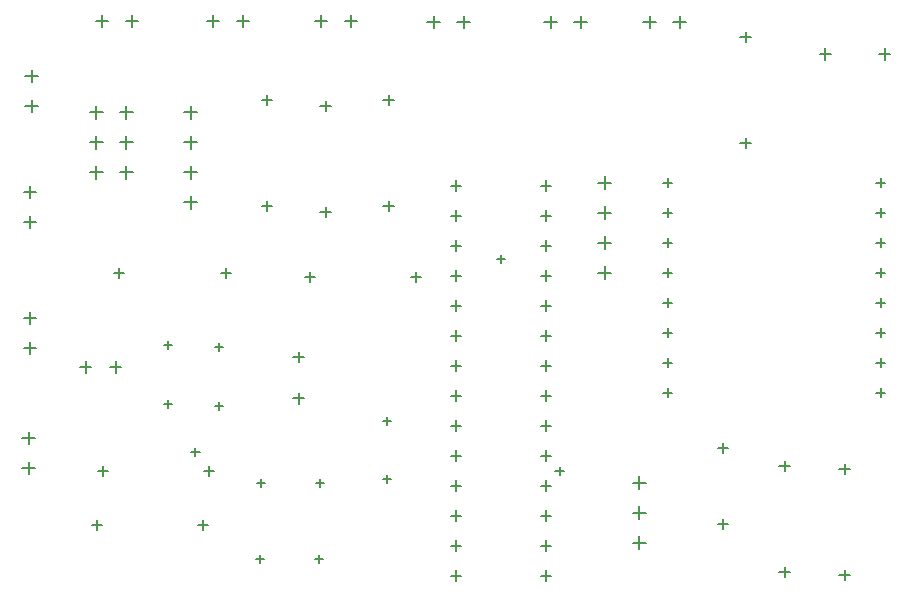
<source format=gbr>
G04*
G04 #@! TF.GenerationSoftware,Altium Limited,Altium Designer,24.10.1 (45)*
G04*
G04 Layer_Color=128*
%FSLAX25Y25*%
%MOIN*%
G70*
G04*
G04 #@! TF.SameCoordinates,82B40839-DE60-4B9F-80D9-4B01C0AB2508*
G04*
G04*
G04 #@! TF.FilePolarity,Positive*
G04*
G01*
G75*
%ADD15C,0.00500*%
D15*
X69543Y34000D02*
X72890D01*
X71217Y32327D02*
Y35673D01*
X34110Y34000D02*
X37457D01*
X35783Y32327D02*
Y35673D01*
X131122Y49287D02*
X133878D01*
X132500Y47909D02*
Y50665D01*
X131122Y68500D02*
X133878D01*
X132500Y67122D02*
Y69878D01*
X101228Y89890D02*
X104772D01*
X103000Y88118D02*
Y91662D01*
X101228Y76110D02*
X104772D01*
X103000Y74339D02*
Y77882D01*
X77043Y118000D02*
X80390D01*
X78717Y116327D02*
Y119673D01*
X41610Y118000D02*
X44957D01*
X43283Y116327D02*
Y119673D01*
X75122Y73657D02*
X77878D01*
X76500Y72279D02*
Y75035D01*
X75122Y93343D02*
X77878D01*
X76500Y91965D02*
Y94721D01*
X58122Y74157D02*
X60878D01*
X59500Y72779D02*
Y75535D01*
X58122Y93843D02*
X60878D01*
X59500Y92465D02*
Y95221D01*
X30031Y86500D02*
X33968D01*
X32000Y84531D02*
Y88468D01*
X40031Y86500D02*
X43968D01*
X42000Y84531D02*
Y88468D01*
X108807Y48000D02*
X111563D01*
X110185Y46622D02*
Y49378D01*
X89122Y48000D02*
X91878D01*
X90500Y46622D02*
Y49378D01*
X214335Y28000D02*
X218665D01*
X216500Y25835D02*
Y30165D01*
X214335Y38000D02*
X218665D01*
X216500Y35835D02*
Y40165D01*
X214335Y48000D02*
X218665D01*
X216500Y45835D02*
Y50165D01*
X242827Y59598D02*
X246173D01*
X244500Y57925D02*
Y61272D01*
X242827Y34402D02*
X246173D01*
X244500Y32728D02*
Y36075D01*
X263327Y18283D02*
X266673D01*
X265000Y16610D02*
Y19957D01*
X263327Y53717D02*
X266673D01*
X265000Y52043D02*
Y55390D01*
X283327Y17283D02*
X286673D01*
X285000Y15610D02*
Y18957D01*
X283327Y52717D02*
X286673D01*
X285000Y51043D02*
Y54390D01*
X250327Y161283D02*
X253673D01*
X252000Y159610D02*
Y162957D01*
X250327Y196717D02*
X253673D01*
X252000Y195043D02*
Y198390D01*
X140543Y116500D02*
X143890D01*
X142217Y114827D02*
Y118173D01*
X105110Y116500D02*
X108457D01*
X106783Y114827D02*
Y118173D01*
X11992Y183500D02*
X16008D01*
X14000Y181492D02*
Y185508D01*
X11992Y173500D02*
X16008D01*
X14000Y171492D02*
Y175508D01*
X296374Y191000D02*
X300311D01*
X298343Y189032D02*
Y192968D01*
X276689Y191000D02*
X280626D01*
X278657Y189032D02*
Y192968D01*
X11492Y145000D02*
X15508D01*
X13500Y142992D02*
Y147008D01*
X11492Y135000D02*
X15508D01*
X13500Y132992D02*
Y137008D01*
X11492Y103000D02*
X15508D01*
X13500Y100992D02*
Y105008D01*
X11492Y93000D02*
X15508D01*
X13500Y90992D02*
Y95008D01*
X10992Y63000D02*
X15008D01*
X13000Y60992D02*
Y65008D01*
X10992Y53000D02*
X15008D01*
X13000Y50992D02*
Y55008D01*
X72492Y202000D02*
X76508D01*
X74500Y199992D02*
Y204008D01*
X82492Y202000D02*
X86508D01*
X84500Y199992D02*
Y204008D01*
X35492Y202000D02*
X39508D01*
X37500Y199992D02*
Y204008D01*
X45492Y202000D02*
X49508D01*
X47500Y199992D02*
Y204008D01*
X224425Y118000D02*
X227575D01*
X226000Y116425D02*
Y119575D01*
X224425Y108000D02*
X227575D01*
X226000Y106425D02*
Y109575D01*
X295425Y118000D02*
X298575D01*
X297000Y116425D02*
Y119575D01*
X295425Y108000D02*
X298575D01*
X297000Y106425D02*
Y109575D01*
X224425Y98000D02*
X227575D01*
X226000Y96425D02*
Y99575D01*
X224425Y128000D02*
X227575D01*
X226000Y126425D02*
Y129575D01*
X295425Y128000D02*
X298575D01*
X297000Y126425D02*
Y129575D01*
X295425Y98000D02*
X298575D01*
X297000Y96425D02*
Y99575D01*
X224425Y138000D02*
X227575D01*
X226000Y136425D02*
Y139575D01*
X295425Y138000D02*
X298575D01*
X297000Y136425D02*
Y139575D01*
X224425Y88000D02*
X227575D01*
X226000Y86425D02*
Y89575D01*
X295425Y88000D02*
X298575D01*
X297000Y86425D02*
Y89575D01*
X224425Y148000D02*
X227575D01*
X226000Y146425D02*
Y149575D01*
X295425Y148000D02*
X298575D01*
X297000Y146425D02*
Y149575D01*
X224425Y78000D02*
X227575D01*
X226000Y76425D02*
Y79575D01*
X295425Y78000D02*
X298575D01*
X297000Y76425D02*
Y79575D01*
X64835Y161500D02*
X69165D01*
X67000Y159335D02*
Y163665D01*
X64835Y171500D02*
X69165D01*
X67000Y169335D02*
Y173665D01*
X64835Y151500D02*
X69165D01*
X67000Y149335D02*
Y153665D01*
X64835Y141500D02*
X69165D01*
X67000Y139335D02*
Y143665D01*
X145992Y201500D02*
X150008D01*
X148000Y199492D02*
Y203508D01*
X155992Y201500D02*
X160008D01*
X158000Y199492D02*
Y203508D01*
X110327Y138283D02*
X113673D01*
X112000Y136610D02*
Y139957D01*
X110327Y173717D02*
X113673D01*
X112000Y172043D02*
Y175390D01*
X71543Y52000D02*
X74890D01*
X73217Y50327D02*
Y53673D01*
X36110Y52000D02*
X39457D01*
X37783Y50327D02*
Y53673D01*
X43335Y151500D02*
X47665D01*
X45500Y149335D02*
Y153665D01*
X33335Y151500D02*
X37665D01*
X35500Y149335D02*
Y153665D01*
X43335Y161500D02*
X47665D01*
X45500Y159335D02*
Y163665D01*
X43335Y171500D02*
X47665D01*
X45500Y169335D02*
Y173665D01*
X33335Y161500D02*
X37665D01*
X35500Y159335D02*
Y163665D01*
X33335Y171500D02*
X37665D01*
X35500Y169335D02*
Y173665D01*
X227992Y201500D02*
X232008D01*
X230000Y199492D02*
Y203508D01*
X217992Y201500D02*
X222008D01*
X220000Y199492D02*
Y203508D01*
X131327Y140283D02*
X134673D01*
X133000Y138610D02*
Y141957D01*
X131327Y175717D02*
X134673D01*
X133000Y174043D02*
Y177390D01*
X194992Y201500D02*
X199008D01*
X197000Y199492D02*
Y203508D01*
X184992Y201500D02*
X189008D01*
X187000Y199492D02*
Y203508D01*
X90827Y140283D02*
X94173D01*
X92500Y138610D02*
Y141957D01*
X90827Y175717D02*
X94173D01*
X92500Y174043D02*
Y177390D01*
X202835Y128000D02*
X207165D01*
X205000Y125835D02*
Y130165D01*
X202835Y118000D02*
X207165D01*
X205000Y115835D02*
Y120165D01*
X202835Y138000D02*
X207165D01*
X205000Y135835D02*
Y140165D01*
X202835Y148000D02*
X207165D01*
X205000Y145835D02*
Y150165D01*
X88779Y22500D02*
X91535D01*
X90157Y21122D02*
Y23878D01*
X108465Y22500D02*
X111221D01*
X109843Y21122D02*
Y23878D01*
X108492Y202000D02*
X112508D01*
X110500Y199992D02*
Y204008D01*
X118492Y202000D02*
X122508D01*
X120500Y199992D02*
Y204008D01*
X183728Y17000D02*
X187272D01*
X185500Y15228D02*
Y18772D01*
X183728Y27000D02*
X187272D01*
X185500Y25228D02*
Y28772D01*
X183728Y37000D02*
X187272D01*
X185500Y35228D02*
Y38772D01*
X183728Y47000D02*
X187272D01*
X185500Y45228D02*
Y48772D01*
X183728Y57000D02*
X187272D01*
X185500Y55228D02*
Y58772D01*
X183728Y67000D02*
X187272D01*
X185500Y65228D02*
Y68772D01*
X183728Y77000D02*
X187272D01*
X185500Y75228D02*
Y78772D01*
X183728Y87000D02*
X187272D01*
X185500Y85228D02*
Y88772D01*
X183728Y97000D02*
X187272D01*
X185500Y95228D02*
Y98772D01*
X183728Y107000D02*
X187272D01*
X185500Y105228D02*
Y108772D01*
X183728Y117000D02*
X187272D01*
X185500Y115228D02*
Y118772D01*
X183728Y127000D02*
X187272D01*
X185500Y125228D02*
Y128772D01*
X183728Y137000D02*
X187272D01*
X185500Y135228D02*
Y138772D01*
X183728Y147000D02*
X187272D01*
X185500Y145228D02*
Y148772D01*
X153728Y17000D02*
X157272D01*
X155500Y15228D02*
Y18772D01*
X153728Y27000D02*
X157272D01*
X155500Y25228D02*
Y28772D01*
X153728Y37000D02*
X157272D01*
X155500Y35228D02*
Y38772D01*
X153728Y47000D02*
X157272D01*
X155500Y45228D02*
Y48772D01*
X153728Y57000D02*
X157272D01*
X155500Y55228D02*
Y58772D01*
X153728Y67000D02*
X157272D01*
X155500Y65228D02*
Y68772D01*
X153728Y77000D02*
X157272D01*
X155500Y75228D02*
Y78772D01*
X153728Y87000D02*
X157272D01*
X155500Y85228D02*
Y88772D01*
X153728Y97000D02*
X157272D01*
X155500Y95228D02*
Y98772D01*
X153728Y107000D02*
X157272D01*
X155500Y105228D02*
Y108772D01*
X153728Y117000D02*
X157272D01*
X155500Y115228D02*
Y118772D01*
X153728Y127000D02*
X157272D01*
X155500Y125228D02*
Y128772D01*
X153728Y137000D02*
X157272D01*
X155500Y135228D02*
Y138772D01*
X153728Y147000D02*
X157272D01*
X155500Y145228D02*
Y148772D01*
X169100Y122500D02*
X171900D01*
X170500Y121100D02*
Y123900D01*
X67200Y58200D02*
X70000D01*
X68600Y56800D02*
Y59600D01*
X188600Y52000D02*
X191400D01*
X190000Y50600D02*
Y53400D01*
M02*

</source>
